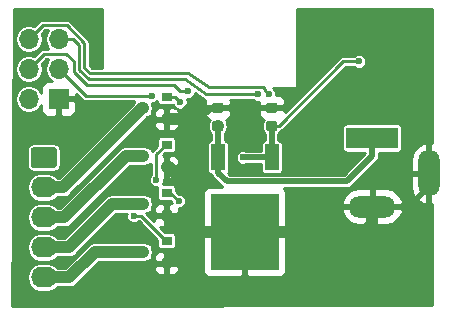
<source format=gbr>
G04 #@! TF.GenerationSoftware,KiCad,Pcbnew,5.0.2-bee76a0~70~ubuntu18.04.1*
G04 #@! TF.CreationDate,2019-12-10T21:20:44+01:00*
G04 #@! TF.ProjectId,RGB_strip,5247425f-7374-4726-9970-2e6b69636164,rev?*
G04 #@! TF.SameCoordinates,Original*
G04 #@! TF.FileFunction,Copper,L2,Bot*
G04 #@! TF.FilePolarity,Positive*
%FSLAX46Y46*%
G04 Gerber Fmt 4.6, Leading zero omitted, Abs format (unit mm)*
G04 Created by KiCad (PCBNEW 5.0.2-bee76a0~70~ubuntu18.04.1) date mar 10 dic 2019 21:20:44 CET*
%MOMM*%
%LPD*%
G01*
G04 APERTURE LIST*
G04 #@! TA.AperFunction,ComponentPad*
%ADD10O,1.700000X1.700000*%
G04 #@! TD*
G04 #@! TA.AperFunction,ComponentPad*
%ADD11R,1.700000X1.700000*%
G04 #@! TD*
G04 #@! TA.AperFunction,Conductor*
%ADD12C,0.100000*%
G04 #@! TD*
G04 #@! TA.AperFunction,SMDPad,CuDef*
%ADD13C,0.875000*%
G04 #@! TD*
G04 #@! TA.AperFunction,ComponentPad*
%ADD14O,1.800000X4.000000*%
G04 #@! TD*
G04 #@! TA.AperFunction,ComponentPad*
%ADD15O,4.000000X1.800000*%
G04 #@! TD*
G04 #@! TA.AperFunction,ComponentPad*
%ADD16R,4.400000X1.800000*%
G04 #@! TD*
G04 #@! TA.AperFunction,ComponentPad*
%ADD17C,1.740000*%
G04 #@! TD*
G04 #@! TA.AperFunction,ComponentPad*
%ADD18O,2.200000X1.740000*%
G04 #@! TD*
G04 #@! TA.AperFunction,SMDPad,CuDef*
%ADD19R,0.900000X0.800000*%
G04 #@! TD*
G04 #@! TA.AperFunction,SMDPad,CuDef*
%ADD20R,1.200000X2.200000*%
G04 #@! TD*
G04 #@! TA.AperFunction,SMDPad,CuDef*
%ADD21R,5.800000X6.400000*%
G04 #@! TD*
G04 #@! TA.AperFunction,ViaPad*
%ADD22C,0.600000*%
G04 #@! TD*
G04 #@! TA.AperFunction,Conductor*
%ADD23C,0.250000*%
G04 #@! TD*
G04 #@! TA.AperFunction,Conductor*
%ADD24C,1.000000*%
G04 #@! TD*
G04 #@! TA.AperFunction,Conductor*
%ADD25C,0.500000*%
G04 #@! TD*
G04 #@! TA.AperFunction,Conductor*
%ADD26C,0.254000*%
G04 #@! TD*
G04 APERTURE END LIST*
D10*
G04 #@! TO.P,J3,6*
G04 #@! TO.N,/TX*
X105283000Y-88138000D03*
G04 #@! TO.P,J3,5*
G04 #@! TO.N,/RX*
X107823000Y-88138000D03*
G04 #@! TO.P,J3,4*
G04 #@! TO.N,/Rst*
X105283000Y-90678000D03*
G04 #@! TO.P,J3,3*
G04 #@! TO.N,/Flash*
X107823000Y-90678000D03*
G04 #@! TO.P,J3,2*
G04 #@! TO.N,+3V3*
X105283000Y-93218000D03*
D11*
G04 #@! TO.P,J3,1*
G04 #@! TO.N,GND*
X107823000Y-93218000D03*
G04 #@! TD*
D12*
G04 #@! TO.N,GND*
G04 #@! TO.C,C1*
G36*
X121562691Y-93518053D02*
X121583926Y-93521203D01*
X121604750Y-93526419D01*
X121624962Y-93533651D01*
X121644368Y-93542830D01*
X121662781Y-93553866D01*
X121680024Y-93566654D01*
X121695930Y-93581070D01*
X121710346Y-93596976D01*
X121723134Y-93614219D01*
X121734170Y-93632632D01*
X121743349Y-93652038D01*
X121750581Y-93672250D01*
X121755797Y-93693074D01*
X121758947Y-93714309D01*
X121760000Y-93735750D01*
X121760000Y-94173250D01*
X121758947Y-94194691D01*
X121755797Y-94215926D01*
X121750581Y-94236750D01*
X121743349Y-94256962D01*
X121734170Y-94276368D01*
X121723134Y-94294781D01*
X121710346Y-94312024D01*
X121695930Y-94327930D01*
X121680024Y-94342346D01*
X121662781Y-94355134D01*
X121644368Y-94366170D01*
X121624962Y-94375349D01*
X121604750Y-94382581D01*
X121583926Y-94387797D01*
X121562691Y-94390947D01*
X121541250Y-94392000D01*
X121028750Y-94392000D01*
X121007309Y-94390947D01*
X120986074Y-94387797D01*
X120965250Y-94382581D01*
X120945038Y-94375349D01*
X120925632Y-94366170D01*
X120907219Y-94355134D01*
X120889976Y-94342346D01*
X120874070Y-94327930D01*
X120859654Y-94312024D01*
X120846866Y-94294781D01*
X120835830Y-94276368D01*
X120826651Y-94256962D01*
X120819419Y-94236750D01*
X120814203Y-94215926D01*
X120811053Y-94194691D01*
X120810000Y-94173250D01*
X120810000Y-93735750D01*
X120811053Y-93714309D01*
X120814203Y-93693074D01*
X120819419Y-93672250D01*
X120826651Y-93652038D01*
X120835830Y-93632632D01*
X120846866Y-93614219D01*
X120859654Y-93596976D01*
X120874070Y-93581070D01*
X120889976Y-93566654D01*
X120907219Y-93553866D01*
X120925632Y-93542830D01*
X120945038Y-93533651D01*
X120965250Y-93526419D01*
X120986074Y-93521203D01*
X121007309Y-93518053D01*
X121028750Y-93517000D01*
X121541250Y-93517000D01*
X121562691Y-93518053D01*
X121562691Y-93518053D01*
G37*
D13*
G04 #@! TD*
G04 #@! TO.P,C1,2*
G04 #@! TO.N,GND*
X121285000Y-93954500D03*
D12*
G04 #@! TO.N,+12V*
G04 #@! TO.C,C1*
G36*
X121562691Y-95093053D02*
X121583926Y-95096203D01*
X121604750Y-95101419D01*
X121624962Y-95108651D01*
X121644368Y-95117830D01*
X121662781Y-95128866D01*
X121680024Y-95141654D01*
X121695930Y-95156070D01*
X121710346Y-95171976D01*
X121723134Y-95189219D01*
X121734170Y-95207632D01*
X121743349Y-95227038D01*
X121750581Y-95247250D01*
X121755797Y-95268074D01*
X121758947Y-95289309D01*
X121760000Y-95310750D01*
X121760000Y-95748250D01*
X121758947Y-95769691D01*
X121755797Y-95790926D01*
X121750581Y-95811750D01*
X121743349Y-95831962D01*
X121734170Y-95851368D01*
X121723134Y-95869781D01*
X121710346Y-95887024D01*
X121695930Y-95902930D01*
X121680024Y-95917346D01*
X121662781Y-95930134D01*
X121644368Y-95941170D01*
X121624962Y-95950349D01*
X121604750Y-95957581D01*
X121583926Y-95962797D01*
X121562691Y-95965947D01*
X121541250Y-95967000D01*
X121028750Y-95967000D01*
X121007309Y-95965947D01*
X120986074Y-95962797D01*
X120965250Y-95957581D01*
X120945038Y-95950349D01*
X120925632Y-95941170D01*
X120907219Y-95930134D01*
X120889976Y-95917346D01*
X120874070Y-95902930D01*
X120859654Y-95887024D01*
X120846866Y-95869781D01*
X120835830Y-95851368D01*
X120826651Y-95831962D01*
X120819419Y-95811750D01*
X120814203Y-95790926D01*
X120811053Y-95769691D01*
X120810000Y-95748250D01*
X120810000Y-95310750D01*
X120811053Y-95289309D01*
X120814203Y-95268074D01*
X120819419Y-95247250D01*
X120826651Y-95227038D01*
X120835830Y-95207632D01*
X120846866Y-95189219D01*
X120859654Y-95171976D01*
X120874070Y-95156070D01*
X120889976Y-95141654D01*
X120907219Y-95128866D01*
X120925632Y-95117830D01*
X120945038Y-95108651D01*
X120965250Y-95101419D01*
X120986074Y-95096203D01*
X121007309Y-95093053D01*
X121028750Y-95092000D01*
X121541250Y-95092000D01*
X121562691Y-95093053D01*
X121562691Y-95093053D01*
G37*
D13*
G04 #@! TD*
G04 #@! TO.P,C1,1*
G04 #@! TO.N,+12V*
X121285000Y-95529500D03*
D12*
G04 #@! TO.N,+3V3*
G04 #@! TO.C,C2*
G36*
X126134691Y-95093053D02*
X126155926Y-95096203D01*
X126176750Y-95101419D01*
X126196962Y-95108651D01*
X126216368Y-95117830D01*
X126234781Y-95128866D01*
X126252024Y-95141654D01*
X126267930Y-95156070D01*
X126282346Y-95171976D01*
X126295134Y-95189219D01*
X126306170Y-95207632D01*
X126315349Y-95227038D01*
X126322581Y-95247250D01*
X126327797Y-95268074D01*
X126330947Y-95289309D01*
X126332000Y-95310750D01*
X126332000Y-95748250D01*
X126330947Y-95769691D01*
X126327797Y-95790926D01*
X126322581Y-95811750D01*
X126315349Y-95831962D01*
X126306170Y-95851368D01*
X126295134Y-95869781D01*
X126282346Y-95887024D01*
X126267930Y-95902930D01*
X126252024Y-95917346D01*
X126234781Y-95930134D01*
X126216368Y-95941170D01*
X126196962Y-95950349D01*
X126176750Y-95957581D01*
X126155926Y-95962797D01*
X126134691Y-95965947D01*
X126113250Y-95967000D01*
X125600750Y-95967000D01*
X125579309Y-95965947D01*
X125558074Y-95962797D01*
X125537250Y-95957581D01*
X125517038Y-95950349D01*
X125497632Y-95941170D01*
X125479219Y-95930134D01*
X125461976Y-95917346D01*
X125446070Y-95902930D01*
X125431654Y-95887024D01*
X125418866Y-95869781D01*
X125407830Y-95851368D01*
X125398651Y-95831962D01*
X125391419Y-95811750D01*
X125386203Y-95790926D01*
X125383053Y-95769691D01*
X125382000Y-95748250D01*
X125382000Y-95310750D01*
X125383053Y-95289309D01*
X125386203Y-95268074D01*
X125391419Y-95247250D01*
X125398651Y-95227038D01*
X125407830Y-95207632D01*
X125418866Y-95189219D01*
X125431654Y-95171976D01*
X125446070Y-95156070D01*
X125461976Y-95141654D01*
X125479219Y-95128866D01*
X125497632Y-95117830D01*
X125517038Y-95108651D01*
X125537250Y-95101419D01*
X125558074Y-95096203D01*
X125579309Y-95093053D01*
X125600750Y-95092000D01*
X126113250Y-95092000D01*
X126134691Y-95093053D01*
X126134691Y-95093053D01*
G37*
D13*
G04 #@! TD*
G04 #@! TO.P,C2,1*
G04 #@! TO.N,+3V3*
X125857000Y-95529500D03*
D12*
G04 #@! TO.N,GND*
G04 #@! TO.C,C2*
G36*
X126134691Y-93518053D02*
X126155926Y-93521203D01*
X126176750Y-93526419D01*
X126196962Y-93533651D01*
X126216368Y-93542830D01*
X126234781Y-93553866D01*
X126252024Y-93566654D01*
X126267930Y-93581070D01*
X126282346Y-93596976D01*
X126295134Y-93614219D01*
X126306170Y-93632632D01*
X126315349Y-93652038D01*
X126322581Y-93672250D01*
X126327797Y-93693074D01*
X126330947Y-93714309D01*
X126332000Y-93735750D01*
X126332000Y-94173250D01*
X126330947Y-94194691D01*
X126327797Y-94215926D01*
X126322581Y-94236750D01*
X126315349Y-94256962D01*
X126306170Y-94276368D01*
X126295134Y-94294781D01*
X126282346Y-94312024D01*
X126267930Y-94327930D01*
X126252024Y-94342346D01*
X126234781Y-94355134D01*
X126216368Y-94366170D01*
X126196962Y-94375349D01*
X126176750Y-94382581D01*
X126155926Y-94387797D01*
X126134691Y-94390947D01*
X126113250Y-94392000D01*
X125600750Y-94392000D01*
X125579309Y-94390947D01*
X125558074Y-94387797D01*
X125537250Y-94382581D01*
X125517038Y-94375349D01*
X125497632Y-94366170D01*
X125479219Y-94355134D01*
X125461976Y-94342346D01*
X125446070Y-94327930D01*
X125431654Y-94312024D01*
X125418866Y-94294781D01*
X125407830Y-94276368D01*
X125398651Y-94256962D01*
X125391419Y-94236750D01*
X125386203Y-94215926D01*
X125383053Y-94194691D01*
X125382000Y-94173250D01*
X125382000Y-93735750D01*
X125383053Y-93714309D01*
X125386203Y-93693074D01*
X125391419Y-93672250D01*
X125398651Y-93652038D01*
X125407830Y-93632632D01*
X125418866Y-93614219D01*
X125431654Y-93596976D01*
X125446070Y-93581070D01*
X125461976Y-93566654D01*
X125479219Y-93553866D01*
X125497632Y-93542830D01*
X125517038Y-93533651D01*
X125537250Y-93526419D01*
X125558074Y-93521203D01*
X125579309Y-93518053D01*
X125600750Y-93517000D01*
X126113250Y-93517000D01*
X126134691Y-93518053D01*
X126134691Y-93518053D01*
G37*
D13*
G04 #@! TD*
G04 #@! TO.P,C2,2*
G04 #@! TO.N,GND*
X125857000Y-93954500D03*
D14*
G04 #@! TO.P,J1,3*
G04 #@! TO.N,GND*
X139166000Y-99520000D03*
D15*
G04 #@! TO.P,J1,2*
X134366000Y-102320000D03*
D16*
G04 #@! TO.P,J1,1*
G04 #@! TO.N,+12V*
X134366000Y-96520000D03*
G04 #@! TD*
D12*
G04 #@! TO.N,+12V*
G04 #@! TO.C,J2*
G36*
X107427505Y-97302204D02*
X107451773Y-97305804D01*
X107475572Y-97311765D01*
X107498671Y-97320030D01*
X107520850Y-97330520D01*
X107541893Y-97343132D01*
X107561599Y-97357747D01*
X107579777Y-97374223D01*
X107596253Y-97392401D01*
X107610868Y-97412107D01*
X107623480Y-97433150D01*
X107633970Y-97455329D01*
X107642235Y-97478428D01*
X107648196Y-97502227D01*
X107651796Y-97526495D01*
X107653000Y-97550999D01*
X107653000Y-98791001D01*
X107651796Y-98815505D01*
X107648196Y-98839773D01*
X107642235Y-98863572D01*
X107633970Y-98886671D01*
X107623480Y-98908850D01*
X107610868Y-98929893D01*
X107596253Y-98949599D01*
X107579777Y-98967777D01*
X107561599Y-98984253D01*
X107541893Y-98998868D01*
X107520850Y-99011480D01*
X107498671Y-99021970D01*
X107475572Y-99030235D01*
X107451773Y-99036196D01*
X107427505Y-99039796D01*
X107403001Y-99041000D01*
X105702999Y-99041000D01*
X105678495Y-99039796D01*
X105654227Y-99036196D01*
X105630428Y-99030235D01*
X105607329Y-99021970D01*
X105585150Y-99011480D01*
X105564107Y-98998868D01*
X105544401Y-98984253D01*
X105526223Y-98967777D01*
X105509747Y-98949599D01*
X105495132Y-98929893D01*
X105482520Y-98908850D01*
X105472030Y-98886671D01*
X105463765Y-98863572D01*
X105457804Y-98839773D01*
X105454204Y-98815505D01*
X105453000Y-98791001D01*
X105453000Y-97550999D01*
X105454204Y-97526495D01*
X105457804Y-97502227D01*
X105463765Y-97478428D01*
X105472030Y-97455329D01*
X105482520Y-97433150D01*
X105495132Y-97412107D01*
X105509747Y-97392401D01*
X105526223Y-97374223D01*
X105544401Y-97357747D01*
X105564107Y-97343132D01*
X105585150Y-97330520D01*
X105607329Y-97320030D01*
X105630428Y-97311765D01*
X105654227Y-97305804D01*
X105678495Y-97302204D01*
X105702999Y-97301000D01*
X107403001Y-97301000D01*
X107427505Y-97302204D01*
X107427505Y-97302204D01*
G37*
D17*
G04 #@! TD*
G04 #@! TO.P,J2,1*
G04 #@! TO.N,+12V*
X106553000Y-98171000D03*
D18*
G04 #@! TO.P,J2,2*
G04 #@! TO.N,Net-(J2-Pad2)*
X106553000Y-100711000D03*
G04 #@! TO.P,J2,3*
G04 #@! TO.N,Net-(J2-Pad3)*
X106553000Y-103251000D03*
G04 #@! TO.P,J2,4*
G04 #@! TO.N,Net-(J2-Pad4)*
X106553000Y-105791000D03*
G04 #@! TO.P,J2,5*
G04 #@! TO.N,Net-(J2-Pad5)*
X106553000Y-108331000D03*
G04 #@! TD*
D19*
G04 #@! TO.P,Q1,1*
G04 #@! TO.N,/red_c*
X116951000Y-93030000D03*
G04 #@! TO.P,Q1,2*
G04 #@! TO.N,GND*
X116951000Y-94930000D03*
G04 #@! TO.P,Q1,3*
G04 #@! TO.N,Net-(J2-Pad2)*
X114951000Y-93980000D03*
G04 #@! TD*
G04 #@! TO.P,Q2,1*
G04 #@! TO.N,/green_c*
X116951000Y-97094000D03*
G04 #@! TO.P,Q2,2*
G04 #@! TO.N,GND*
X116951000Y-98994000D03*
G04 #@! TO.P,Q2,3*
G04 #@! TO.N,Net-(J2-Pad3)*
X114951000Y-98044000D03*
G04 #@! TD*
G04 #@! TO.P,Q3,3*
G04 #@! TO.N,Net-(J2-Pad4)*
X114951000Y-102108000D03*
G04 #@! TO.P,Q3,2*
G04 #@! TO.N,GND*
X116951000Y-103058000D03*
G04 #@! TO.P,Q3,1*
G04 #@! TO.N,/blue_c*
X116951000Y-101158000D03*
G04 #@! TD*
G04 #@! TO.P,Q4,3*
G04 #@! TO.N,Net-(J2-Pad5)*
X114951000Y-106172000D03*
G04 #@! TO.P,Q4,2*
G04 #@! TO.N,GND*
X116951000Y-107122000D03*
G04 #@! TO.P,Q4,1*
G04 #@! TO.N,/white_c*
X116951000Y-105222000D03*
G04 #@! TD*
D20*
G04 #@! TO.P,U1,1*
G04 #@! TO.N,+12V*
X121291000Y-98162000D03*
G04 #@! TO.P,U1,3*
G04 #@! TO.N,+3V3*
X125851000Y-98162000D03*
D21*
G04 #@! TO.P,U1,2*
G04 #@! TO.N,GND*
X123571000Y-104462000D03*
G04 #@! TD*
D22*
G04 #@! TO.N,GND*
X117983000Y-96520000D03*
G04 #@! TO.N,+3V3*
X133223000Y-90043000D03*
X123444000Y-98171000D03*
G04 #@! TO.N,/Flash*
X115697000Y-92964000D03*
G04 #@! TO.N,/Rst*
X118745000Y-92583000D03*
G04 #@! TO.N,/RX*
X124714000Y-92837000D03*
G04 #@! TO.N,/TX*
X125603000Y-92837000D03*
G04 #@! TO.N,/red_c*
X118110000Y-93489000D03*
G04 #@! TO.N,/green_c*
X116078000Y-100076000D03*
G04 #@! TO.N,/blue_c*
X117983000Y-101854000D03*
G04 #@! TO.N,/white_c*
X114173000Y-103124000D03*
G04 #@! TD*
D23*
G04 #@! TO.N,GND*
X139166000Y-99139000D02*
X139166000Y-100239000D01*
D24*
X133743000Y-104462000D02*
X134366000Y-103839000D01*
X123571000Y-104462000D02*
X133743000Y-104462000D01*
X118401000Y-94930000D02*
X116951000Y-94930000D01*
X118999000Y-95528000D02*
X118401000Y-94930000D01*
X119671000Y-104462000D02*
X118999000Y-103790000D01*
X123571000Y-104462000D02*
X119671000Y-104462000D01*
X116951000Y-98994000D02*
X117155000Y-98994000D01*
X117155000Y-98994000D02*
X118999000Y-100838000D01*
X118999000Y-103790000D02*
X118999000Y-100838000D01*
X118999000Y-100838000D02*
X118999000Y-95528000D01*
X116951000Y-103058000D02*
X116951000Y-103108000D01*
X118305000Y-104462000D02*
X119671000Y-104462000D01*
X116951000Y-103108000D02*
X118305000Y-104462000D01*
X117001000Y-107122000D02*
X119094000Y-105029000D01*
X116951000Y-107122000D02*
X117001000Y-107122000D01*
D25*
X119136500Y-95528000D02*
X118999000Y-95528000D01*
X120710000Y-93954500D02*
X119136500Y-95528000D01*
X121285000Y-93954500D02*
X120710000Y-93954500D01*
X121285000Y-93954500D02*
X125857000Y-93954500D01*
D24*
X134366000Y-103839000D02*
X134366000Y-102320000D01*
D23*
X139166000Y-100620000D02*
X139166000Y-99520000D01*
D25*
X137466000Y-102320000D02*
X139166000Y-100620000D01*
X134366000Y-102320000D02*
X137466000Y-102320000D01*
D24*
X119104000Y-105029000D02*
X119671000Y-104462000D01*
X119094000Y-105029000D02*
X119104000Y-105029000D01*
D25*
X118306999Y-96220001D02*
X118999000Y-95528000D01*
X118282999Y-96220001D02*
X118306999Y-96220001D01*
X117983000Y-96520000D02*
X118282999Y-96220001D01*
D23*
G04 #@! TO.N,+3V3*
X125851000Y-95535500D02*
X125857000Y-95529500D01*
D25*
X125851000Y-98162000D02*
X125851000Y-95535500D01*
D23*
X126432000Y-95529500D02*
X131918500Y-90043000D01*
X125857000Y-95529500D02*
X126432000Y-95529500D01*
X131918500Y-90043000D02*
X133223000Y-90043000D01*
D25*
X125851000Y-98162000D02*
X123453000Y-98162000D01*
X123453000Y-98162000D02*
X123444000Y-98171000D01*
G04 #@! TO.N,+12V*
X134366000Y-98039000D02*
X132202000Y-100203000D01*
X132202000Y-100203000D02*
X122047000Y-100203000D01*
X121291000Y-99447000D02*
X121291000Y-98162000D01*
X122047000Y-100203000D02*
X121291000Y-99447000D01*
D24*
X121291000Y-95535500D02*
X121285000Y-95529500D01*
D25*
X121291000Y-98162000D02*
X121291000Y-95535500D01*
X134366000Y-98039000D02*
X134366000Y-96520000D01*
D24*
G04 #@! TO.N,Net-(J2-Pad2)*
X114901000Y-93980000D02*
X108170000Y-100711000D01*
X108170000Y-100711000D02*
X106553000Y-100711000D01*
X114951000Y-93980000D02*
X114901000Y-93980000D01*
G04 #@! TO.N,Net-(J2-Pad3)*
X113501000Y-98044000D02*
X108294000Y-103251000D01*
X108294000Y-103251000D02*
X106553000Y-103251000D01*
X114951000Y-98044000D02*
X113501000Y-98044000D01*
G04 #@! TO.N,Net-(J2-Pad4)*
X106553000Y-105791000D02*
X108653000Y-105791000D01*
X112336000Y-102108000D02*
X114951000Y-102108000D01*
X108653000Y-105791000D02*
X112336000Y-102108000D01*
G04 #@! TO.N,Net-(J2-Pad5)*
X106553000Y-108331000D02*
X108712000Y-108331000D01*
X110871000Y-106172000D02*
X114951000Y-106172000D01*
X108712000Y-108331000D02*
X110871000Y-106172000D01*
D23*
G04 #@! TO.N,/Flash*
X110109000Y-92964000D02*
X107823000Y-90678000D01*
X115697000Y-92964000D02*
X110109000Y-92964000D01*
G04 #@! TO.N,/Rst*
X118745000Y-92583000D02*
X118110000Y-92583000D01*
X118110000Y-92583000D02*
X117602000Y-92075000D01*
X117602000Y-92075000D02*
X110236000Y-92075000D01*
X110236000Y-92075000D02*
X109093000Y-90932000D01*
X109093000Y-90932000D02*
X109093000Y-90043000D01*
X109093000Y-90043000D02*
X108458000Y-89408000D01*
X106553000Y-89408000D02*
X105283000Y-90678000D01*
X108458000Y-89408000D02*
X106553000Y-89408000D01*
G04 #@! TO.N,/RX*
X109025081Y-88138000D02*
X107823000Y-88138000D01*
X124714000Y-92837000D02*
X120269000Y-92837000D01*
X120269000Y-92837000D02*
X118491000Y-91567000D01*
X118491000Y-91567000D02*
X110364410Y-91567000D01*
X109543010Y-88655929D02*
X109025081Y-88138000D01*
X110364410Y-91567000D02*
X109543010Y-90745600D01*
X109543010Y-90745600D02*
X109543010Y-88655929D01*
G04 #@! TO.N,/TX*
X106132999Y-87288001D02*
X105283000Y-88138000D01*
X106458001Y-86962999D02*
X106132999Y-87288001D01*
X108486490Y-86962999D02*
X106458001Y-86962999D01*
X109993020Y-90559200D02*
X109993019Y-88469528D01*
X110492820Y-91059000D02*
X109993020Y-90559200D01*
X125603000Y-92837000D02*
X125303001Y-92537001D01*
X109993019Y-88469528D02*
X108486490Y-86962999D01*
X118745000Y-91059000D02*
X110492820Y-91059000D01*
X125303001Y-92537001D02*
X125303001Y-92410001D01*
X125303001Y-92410001D02*
X125095000Y-92202000D01*
X125095000Y-92202000D02*
X120523000Y-92202000D01*
X120523000Y-92202000D02*
X118745000Y-91059000D01*
G04 #@! TO.N,/red_c*
X117651000Y-93030000D02*
X118110000Y-93489000D01*
X116951000Y-93030000D02*
X117651000Y-93030000D01*
X118110000Y-93489000D02*
X118110000Y-93489000D01*
G04 #@! TO.N,/green_c*
X116078000Y-97917000D02*
X116078000Y-100076000D01*
X116951000Y-97094000D02*
X116901000Y-97094000D01*
X116901000Y-97094000D02*
X116078000Y-97917000D01*
G04 #@! TO.N,/blue_c*
X116951000Y-101158000D02*
X117287000Y-101158000D01*
X117287000Y-101158000D02*
X117983000Y-101854000D01*
G04 #@! TO.N,/white_c*
X114803000Y-103124000D02*
X114173000Y-103124000D01*
X116951000Y-105222000D02*
X116901000Y-105222000D01*
X116901000Y-105222000D02*
X114803000Y-103124000D01*
G04 #@! TD*
D26*
G04 #@! TO.N,GND*
G36*
X111506000Y-90607000D02*
X110680045Y-90607000D01*
X110445020Y-90371975D01*
X110445018Y-88514050D01*
X110453874Y-88469528D01*
X110418794Y-88293166D01*
X110344110Y-88181394D01*
X110344107Y-88181391D01*
X110318892Y-88143654D01*
X110281154Y-88118439D01*
X108837583Y-86674868D01*
X108812364Y-86637125D01*
X108662852Y-86537224D01*
X108531008Y-86510999D01*
X108486490Y-86502144D01*
X108441972Y-86510999D01*
X106502517Y-86510999D01*
X106458000Y-86502144D01*
X106413484Y-86510999D01*
X106413483Y-86510999D01*
X106281639Y-86537224D01*
X106132127Y-86637125D01*
X106106909Y-86674866D01*
X105844868Y-86936908D01*
X105844865Y-86936910D01*
X105748382Y-87033393D01*
X105742242Y-87029291D01*
X105398920Y-86961000D01*
X105167080Y-86961000D01*
X104823758Y-87029291D01*
X104434431Y-87289431D01*
X104174291Y-87678758D01*
X104082942Y-88138000D01*
X104174291Y-88597242D01*
X104434431Y-88986569D01*
X104823758Y-89246709D01*
X105167080Y-89315000D01*
X105398920Y-89315000D01*
X105742242Y-89246709D01*
X106131569Y-88986569D01*
X106391709Y-88597242D01*
X106483058Y-88138000D01*
X106391709Y-87678758D01*
X106387607Y-87672618D01*
X106484090Y-87576135D01*
X106484092Y-87576132D01*
X106645226Y-87414999D01*
X106890529Y-87414999D01*
X106714291Y-87678758D01*
X106622942Y-88138000D01*
X106714291Y-88597242D01*
X106954005Y-88956000D01*
X106597516Y-88956000D01*
X106552999Y-88947145D01*
X106508483Y-88956000D01*
X106508482Y-88956000D01*
X106376638Y-88982225D01*
X106227126Y-89082126D01*
X106201909Y-89119867D01*
X105748382Y-89573394D01*
X105742242Y-89569291D01*
X105398920Y-89501000D01*
X105167080Y-89501000D01*
X104823758Y-89569291D01*
X104434431Y-89829431D01*
X104174291Y-90218758D01*
X104082942Y-90678000D01*
X104174291Y-91137242D01*
X104434431Y-91526569D01*
X104823758Y-91786709D01*
X105167080Y-91855000D01*
X105398920Y-91855000D01*
X105742242Y-91786709D01*
X106131569Y-91526569D01*
X106391709Y-91137242D01*
X106483058Y-90678000D01*
X106391709Y-90218758D01*
X106387606Y-90212618D01*
X106740225Y-89860000D01*
X106954005Y-89860000D01*
X106714291Y-90218758D01*
X106622942Y-90678000D01*
X106714291Y-91137242D01*
X106974431Y-91526569D01*
X107283377Y-91733000D01*
X106846691Y-91733000D01*
X106613302Y-91829673D01*
X106434673Y-92008301D01*
X106338000Y-92241690D01*
X106338000Y-92678377D01*
X106131569Y-92369431D01*
X105742242Y-92109291D01*
X105398920Y-92041000D01*
X105167080Y-92041000D01*
X104823758Y-92109291D01*
X104434431Y-92369431D01*
X104174291Y-92758758D01*
X104082942Y-93218000D01*
X104174291Y-93677242D01*
X104434431Y-94066569D01*
X104823758Y-94326709D01*
X105167080Y-94395000D01*
X105398920Y-94395000D01*
X105742242Y-94326709D01*
X106131569Y-94066569D01*
X106338000Y-93757623D01*
X106338000Y-94194310D01*
X106434673Y-94427699D01*
X106613302Y-94606327D01*
X106846691Y-94703000D01*
X107537250Y-94703000D01*
X107696000Y-94544250D01*
X107696000Y-93345000D01*
X107950000Y-93345000D01*
X107950000Y-94544250D01*
X108108750Y-94703000D01*
X108799309Y-94703000D01*
X109032698Y-94606327D01*
X109211327Y-94427699D01*
X109308000Y-94194310D01*
X109308000Y-93503750D01*
X109149250Y-93345000D01*
X107950000Y-93345000D01*
X107696000Y-93345000D01*
X107676000Y-93345000D01*
X107676000Y-93091000D01*
X107696000Y-93091000D01*
X107696000Y-93071000D01*
X107950000Y-93071000D01*
X107950000Y-93091000D01*
X109149250Y-93091000D01*
X109308000Y-92932250D01*
X109308000Y-92802225D01*
X109757909Y-93252134D01*
X109783126Y-93289874D01*
X109826966Y-93319167D01*
X109932638Y-93389775D01*
X110108999Y-93424855D01*
X110153517Y-93416000D01*
X114217302Y-93416000D01*
X114192973Y-93452411D01*
X114176570Y-93534875D01*
X107827447Y-99884000D01*
X107670035Y-99884000D01*
X107645988Y-99848012D01*
X107250046Y-99583451D01*
X106900891Y-99514000D01*
X106205109Y-99514000D01*
X105855954Y-99583451D01*
X105460012Y-99848012D01*
X105195451Y-100243954D01*
X105102550Y-100711000D01*
X105195451Y-101178046D01*
X105460012Y-101573988D01*
X105855954Y-101838549D01*
X106205109Y-101908000D01*
X106900891Y-101908000D01*
X107250046Y-101838549D01*
X107645988Y-101573988D01*
X107670035Y-101538000D01*
X108088556Y-101538000D01*
X108170000Y-101554200D01*
X108251444Y-101538000D01*
X108251448Y-101538000D01*
X108492679Y-101490016D01*
X108766233Y-101307233D01*
X108812372Y-101238181D01*
X114834804Y-95215750D01*
X115866000Y-95215750D01*
X115866000Y-95456310D01*
X115962673Y-95689699D01*
X116141302Y-95868327D01*
X116374691Y-95965000D01*
X116665250Y-95965000D01*
X116824000Y-95806250D01*
X116824000Y-95057000D01*
X117078000Y-95057000D01*
X117078000Y-95806250D01*
X117236750Y-95965000D01*
X117527309Y-95965000D01*
X117760698Y-95868327D01*
X117939327Y-95689699D01*
X118036000Y-95456310D01*
X118036000Y-95215750D01*
X117877250Y-95057000D01*
X117078000Y-95057000D01*
X116824000Y-95057000D01*
X116024750Y-95057000D01*
X115866000Y-95215750D01*
X114834804Y-95215750D01*
X115327503Y-94723052D01*
X115341939Y-94713406D01*
X115401000Y-94713406D01*
X115528589Y-94688027D01*
X115636754Y-94615754D01*
X115709027Y-94507589D01*
X115729693Y-94403690D01*
X115866000Y-94403690D01*
X115866000Y-94644250D01*
X116024750Y-94803000D01*
X116824000Y-94803000D01*
X116824000Y-94053750D01*
X116665250Y-93895000D01*
X116374691Y-93895000D01*
X116141302Y-93991673D01*
X115962673Y-94170301D01*
X115866000Y-94403690D01*
X115729693Y-94403690D01*
X115734406Y-94380000D01*
X115734406Y-94280609D01*
X115794201Y-93980000D01*
X115734406Y-93679391D01*
X115734406Y-93591000D01*
X115821718Y-93591000D01*
X116052167Y-93495545D01*
X116167594Y-93380118D01*
X116167594Y-93430000D01*
X116192973Y-93557589D01*
X116265246Y-93665754D01*
X116373411Y-93738027D01*
X116501000Y-93763406D01*
X117401000Y-93763406D01*
X117528589Y-93738027D01*
X117533211Y-93734939D01*
X117578455Y-93844167D01*
X117701398Y-93967110D01*
X117527309Y-93895000D01*
X117236750Y-93895000D01*
X117078000Y-94053750D01*
X117078000Y-94803000D01*
X117877250Y-94803000D01*
X118036000Y-94644250D01*
X118036000Y-94403690D01*
X117939327Y-94170301D01*
X117814133Y-94045108D01*
X117985282Y-94116000D01*
X118234718Y-94116000D01*
X118465167Y-94020545D01*
X118641545Y-93844167D01*
X118737000Y-93613718D01*
X118737000Y-93364282D01*
X118673094Y-93210000D01*
X118869718Y-93210000D01*
X119100167Y-93114545D01*
X119276545Y-92938167D01*
X119357926Y-92741697D01*
X119939065Y-93156797D01*
X119943126Y-93162874D01*
X120012028Y-93208913D01*
X120042506Y-93230683D01*
X120048984Y-93233606D01*
X120092638Y-93262775D01*
X120130164Y-93270239D01*
X120165035Y-93285975D01*
X120217508Y-93287613D01*
X120217682Y-93287647D01*
X120175000Y-93390691D01*
X120175000Y-93668750D01*
X120333750Y-93827500D01*
X121158000Y-93827500D01*
X121158000Y-93807500D01*
X121412000Y-93807500D01*
X121412000Y-93827500D01*
X122236250Y-93827500D01*
X122395000Y-93668750D01*
X122395000Y-93390691D01*
X122352878Y-93289000D01*
X124279288Y-93289000D01*
X124358833Y-93368545D01*
X124589282Y-93464000D01*
X124747000Y-93464000D01*
X124747000Y-93668750D01*
X124905750Y-93827500D01*
X125730000Y-93827500D01*
X125730000Y-93807500D01*
X125984000Y-93807500D01*
X125984000Y-93827500D01*
X126808250Y-93827500D01*
X126967000Y-93668750D01*
X126967000Y-93390691D01*
X126870327Y-93157302D01*
X126691699Y-92978673D01*
X126458310Y-92882000D01*
X126230000Y-92882000D01*
X126230000Y-92712282D01*
X126134545Y-92481833D01*
X125958167Y-92305455D01*
X125941585Y-92298587D01*
X127887016Y-92328984D01*
X127937601Y-92319333D01*
X127978803Y-92291803D01*
X128006333Y-92250601D01*
X128016000Y-92202000D01*
X128016000Y-85598000D01*
X139446000Y-85598000D01*
X139446000Y-96971971D01*
X139293000Y-97049622D01*
X139293000Y-99393000D01*
X139313000Y-99393000D01*
X139313000Y-99647000D01*
X139293000Y-99647000D01*
X139293000Y-101990378D01*
X139446000Y-102068029D01*
X139446000Y-110617450D01*
X103886638Y-110743547D01*
X103898700Y-108331000D01*
X105102550Y-108331000D01*
X105195451Y-108798046D01*
X105460012Y-109193988D01*
X105855954Y-109458549D01*
X106205109Y-109528000D01*
X106900891Y-109528000D01*
X107250046Y-109458549D01*
X107645988Y-109193988D01*
X107670035Y-109158000D01*
X108630556Y-109158000D01*
X108712000Y-109174200D01*
X108793444Y-109158000D01*
X108793448Y-109158000D01*
X109034679Y-109110016D01*
X109308233Y-108927233D01*
X109354372Y-108858181D01*
X110804803Y-107407750D01*
X115866000Y-107407750D01*
X115866000Y-107648310D01*
X115962673Y-107881699D01*
X116141302Y-108060327D01*
X116374691Y-108157000D01*
X116665250Y-108157000D01*
X116824000Y-107998250D01*
X116824000Y-107249000D01*
X117078000Y-107249000D01*
X117078000Y-107998250D01*
X117236750Y-108157000D01*
X117527309Y-108157000D01*
X117760698Y-108060327D01*
X117939327Y-107881699D01*
X118036000Y-107648310D01*
X118036000Y-107407750D01*
X117877250Y-107249000D01*
X117078000Y-107249000D01*
X116824000Y-107249000D01*
X116024750Y-107249000D01*
X115866000Y-107407750D01*
X110804803Y-107407750D01*
X111213554Y-106999000D01*
X115032448Y-106999000D01*
X115273679Y-106951016D01*
X115341939Y-106905406D01*
X115401000Y-106905406D01*
X115528589Y-106880027D01*
X115636754Y-106807754D01*
X115709027Y-106699589D01*
X115729693Y-106595690D01*
X115866000Y-106595690D01*
X115866000Y-106836250D01*
X116024750Y-106995000D01*
X116824000Y-106995000D01*
X116824000Y-106245750D01*
X117078000Y-106245750D01*
X117078000Y-106995000D01*
X117877250Y-106995000D01*
X118036000Y-106836250D01*
X118036000Y-106595690D01*
X117939327Y-106362301D01*
X117760698Y-106183673D01*
X117527309Y-106087000D01*
X117236750Y-106087000D01*
X117078000Y-106245750D01*
X116824000Y-106245750D01*
X116665250Y-106087000D01*
X116374691Y-106087000D01*
X116141302Y-106183673D01*
X115962673Y-106362301D01*
X115866000Y-106595690D01*
X115729693Y-106595690D01*
X115734406Y-106572000D01*
X115734406Y-106472609D01*
X115794201Y-106172000D01*
X115734406Y-105871391D01*
X115734406Y-105772000D01*
X115709027Y-105644411D01*
X115636754Y-105536246D01*
X115528589Y-105463973D01*
X115401000Y-105438594D01*
X115341939Y-105438594D01*
X115273679Y-105392984D01*
X115032448Y-105345000D01*
X110952442Y-105345000D01*
X110870999Y-105328800D01*
X110789556Y-105345000D01*
X110789552Y-105345000D01*
X110548321Y-105392984D01*
X110274767Y-105575767D01*
X110228630Y-105644816D01*
X108369447Y-107504000D01*
X107670035Y-107504000D01*
X107645988Y-107468012D01*
X107250046Y-107203451D01*
X106900891Y-107134000D01*
X106205109Y-107134000D01*
X105855954Y-107203451D01*
X105460012Y-107468012D01*
X105195451Y-107863954D01*
X105102550Y-108331000D01*
X103898700Y-108331000D01*
X103911400Y-105791000D01*
X105102550Y-105791000D01*
X105195451Y-106258046D01*
X105460012Y-106653988D01*
X105855954Y-106918549D01*
X106205109Y-106988000D01*
X106900891Y-106988000D01*
X107250046Y-106918549D01*
X107645988Y-106653988D01*
X107670035Y-106618000D01*
X108571556Y-106618000D01*
X108653000Y-106634200D01*
X108734444Y-106618000D01*
X108734448Y-106618000D01*
X108975679Y-106570016D01*
X109249233Y-106387233D01*
X109295372Y-106318181D01*
X112678555Y-102935000D01*
X113572626Y-102935000D01*
X113546000Y-102999282D01*
X113546000Y-103248718D01*
X113641455Y-103479167D01*
X113817833Y-103655545D01*
X114048282Y-103751000D01*
X114297718Y-103751000D01*
X114528167Y-103655545D01*
X114607712Y-103576000D01*
X114615776Y-103576000D01*
X116167594Y-105127819D01*
X116167594Y-105622000D01*
X116192973Y-105749589D01*
X116265246Y-105857754D01*
X116373411Y-105930027D01*
X116501000Y-105955406D01*
X117401000Y-105955406D01*
X117528589Y-105930027D01*
X117636754Y-105857754D01*
X117709027Y-105749589D01*
X117734406Y-105622000D01*
X117734406Y-104822000D01*
X117719637Y-104747750D01*
X120036000Y-104747750D01*
X120036000Y-107788309D01*
X120132673Y-108021698D01*
X120311301Y-108200327D01*
X120544690Y-108297000D01*
X123285250Y-108297000D01*
X123444000Y-108138250D01*
X123444000Y-104589000D01*
X123698000Y-104589000D01*
X123698000Y-108138250D01*
X123856750Y-108297000D01*
X126597310Y-108297000D01*
X126830699Y-108200327D01*
X127009327Y-108021698D01*
X127106000Y-107788309D01*
X127106000Y-104747750D01*
X126947250Y-104589000D01*
X123698000Y-104589000D01*
X123444000Y-104589000D01*
X120194750Y-104589000D01*
X120036000Y-104747750D01*
X117719637Y-104747750D01*
X117709027Y-104694411D01*
X117636754Y-104586246D01*
X117528589Y-104513973D01*
X117401000Y-104488594D01*
X116806819Y-104488594D01*
X116411225Y-104093000D01*
X116665250Y-104093000D01*
X116824000Y-103934250D01*
X116824000Y-103185000D01*
X117078000Y-103185000D01*
X117078000Y-103934250D01*
X117236750Y-104093000D01*
X117527309Y-104093000D01*
X117760698Y-103996327D01*
X117939327Y-103817699D01*
X118036000Y-103584310D01*
X118036000Y-103343750D01*
X117877250Y-103185000D01*
X117078000Y-103185000D01*
X116824000Y-103185000D01*
X116024750Y-103185000D01*
X115866000Y-103343750D01*
X115866000Y-103547776D01*
X115216595Y-102898371D01*
X115273679Y-102887016D01*
X115341939Y-102841406D01*
X115401000Y-102841406D01*
X115528589Y-102816027D01*
X115636754Y-102743754D01*
X115709027Y-102635589D01*
X115729693Y-102531690D01*
X115866000Y-102531690D01*
X115866000Y-102772250D01*
X116024750Y-102931000D01*
X116824000Y-102931000D01*
X116824000Y-102181750D01*
X116665250Y-102023000D01*
X116374691Y-102023000D01*
X116141302Y-102119673D01*
X115962673Y-102298301D01*
X115866000Y-102531690D01*
X115729693Y-102531690D01*
X115734406Y-102508000D01*
X115734406Y-102408609D01*
X115794201Y-102108000D01*
X115734406Y-101807391D01*
X115734406Y-101708000D01*
X115709027Y-101580411D01*
X115636754Y-101472246D01*
X115528589Y-101399973D01*
X115401000Y-101374594D01*
X115341939Y-101374594D01*
X115273679Y-101328984D01*
X115032448Y-101281000D01*
X112417448Y-101281000D01*
X112336000Y-101264799D01*
X112013321Y-101328984D01*
X111808815Y-101465630D01*
X111808813Y-101465632D01*
X111739767Y-101511767D01*
X111693632Y-101580813D01*
X108310447Y-104964000D01*
X107670035Y-104964000D01*
X107645988Y-104928012D01*
X107250046Y-104663451D01*
X106900891Y-104594000D01*
X106205109Y-104594000D01*
X105855954Y-104663451D01*
X105460012Y-104928012D01*
X105195451Y-105323954D01*
X105102550Y-105791000D01*
X103911400Y-105791000D01*
X103924100Y-103251000D01*
X105102550Y-103251000D01*
X105195451Y-103718046D01*
X105460012Y-104113988D01*
X105855954Y-104378549D01*
X106205109Y-104448000D01*
X106900891Y-104448000D01*
X107250046Y-104378549D01*
X107645988Y-104113988D01*
X107670035Y-104078000D01*
X108212556Y-104078000D01*
X108294000Y-104094200D01*
X108375444Y-104078000D01*
X108375448Y-104078000D01*
X108616679Y-104030016D01*
X108890233Y-103847233D01*
X108936372Y-103778181D01*
X113843554Y-98871000D01*
X115032448Y-98871000D01*
X115273679Y-98823016D01*
X115341939Y-98777406D01*
X115401000Y-98777406D01*
X115528589Y-98752027D01*
X115626000Y-98686939D01*
X115626001Y-99641287D01*
X115546455Y-99720833D01*
X115451000Y-99951282D01*
X115451000Y-100200718D01*
X115546455Y-100431167D01*
X115722833Y-100607545D01*
X115953282Y-100703000D01*
X116178534Y-100703000D01*
X116167594Y-100758000D01*
X116167594Y-101558000D01*
X116192973Y-101685589D01*
X116265246Y-101793754D01*
X116373411Y-101866027D01*
X116501000Y-101891406D01*
X117356000Y-101891406D01*
X117356000Y-101978718D01*
X117374342Y-102023000D01*
X117236750Y-102023000D01*
X117078000Y-102181750D01*
X117078000Y-102931000D01*
X117877250Y-102931000D01*
X118036000Y-102772250D01*
X118036000Y-102531690D01*
X118015003Y-102481000D01*
X118107718Y-102481000D01*
X118338167Y-102385545D01*
X118514545Y-102209167D01*
X118610000Y-101978718D01*
X118610000Y-101729282D01*
X118514545Y-101498833D01*
X118338167Y-101322455D01*
X118107718Y-101227000D01*
X117995225Y-101227000D01*
X117903916Y-101135691D01*
X120036000Y-101135691D01*
X120036000Y-104176250D01*
X120194750Y-104335000D01*
X123444000Y-104335000D01*
X123444000Y-104315000D01*
X123698000Y-104315000D01*
X123698000Y-104335000D01*
X126947250Y-104335000D01*
X127106000Y-104176250D01*
X127106000Y-102684740D01*
X131774964Y-102684740D01*
X131799244Y-102790086D01*
X132090788Y-103315606D01*
X132561248Y-103689554D01*
X133139000Y-103855000D01*
X134239000Y-103855000D01*
X134239000Y-102447000D01*
X134493000Y-102447000D01*
X134493000Y-103855000D01*
X135593000Y-103855000D01*
X136170752Y-103689554D01*
X136641212Y-103315606D01*
X136932756Y-102790086D01*
X136957036Y-102684740D01*
X136836378Y-102447000D01*
X134493000Y-102447000D01*
X134239000Y-102447000D01*
X131895622Y-102447000D01*
X131774964Y-102684740D01*
X127106000Y-102684740D01*
X127106000Y-101955260D01*
X131774964Y-101955260D01*
X131895622Y-102193000D01*
X134239000Y-102193000D01*
X134239000Y-100785000D01*
X134493000Y-100785000D01*
X134493000Y-102193000D01*
X136836378Y-102193000D01*
X136957036Y-101955260D01*
X136932756Y-101849914D01*
X136641212Y-101324394D01*
X136170752Y-100950446D01*
X135593000Y-100785000D01*
X134493000Y-100785000D01*
X134239000Y-100785000D01*
X133139000Y-100785000D01*
X132561248Y-100950446D01*
X132090788Y-101324394D01*
X131799244Y-101849914D01*
X131774964Y-101955260D01*
X127106000Y-101955260D01*
X127106000Y-101135691D01*
X127009327Y-100902302D01*
X126887026Y-100780000D01*
X132145172Y-100780000D01*
X132202000Y-100791304D01*
X132258828Y-100780000D01*
X132258829Y-100780000D01*
X132427134Y-100746522D01*
X132617994Y-100618994D01*
X132650188Y-100570812D01*
X133574000Y-99647000D01*
X137631000Y-99647000D01*
X137631000Y-100747000D01*
X137796446Y-101324752D01*
X138170394Y-101795212D01*
X138695914Y-102086756D01*
X138801260Y-102111036D01*
X139039000Y-101990378D01*
X139039000Y-99647000D01*
X137631000Y-99647000D01*
X133574000Y-99647000D01*
X134733815Y-98487186D01*
X134781994Y-98454994D01*
X134890234Y-98293000D01*
X137631000Y-98293000D01*
X137631000Y-99393000D01*
X139039000Y-99393000D01*
X139039000Y-97049622D01*
X138801260Y-96928964D01*
X138695914Y-96953244D01*
X138170394Y-97244788D01*
X137796446Y-97715248D01*
X137631000Y-98293000D01*
X134890234Y-98293000D01*
X134909522Y-98264134D01*
X134943000Y-98095829D01*
X134943000Y-98095828D01*
X134954304Y-98039001D01*
X134943000Y-97982173D01*
X134943000Y-97753406D01*
X136566000Y-97753406D01*
X136693589Y-97728027D01*
X136801754Y-97655754D01*
X136874027Y-97547589D01*
X136899406Y-97420000D01*
X136899406Y-95620000D01*
X136874027Y-95492411D01*
X136801754Y-95384246D01*
X136693589Y-95311973D01*
X136566000Y-95286594D01*
X132166000Y-95286594D01*
X132038411Y-95311973D01*
X131930246Y-95384246D01*
X131857973Y-95492411D01*
X131832594Y-95620000D01*
X131832594Y-97420000D01*
X131857973Y-97547589D01*
X131930246Y-97655754D01*
X132038411Y-97728027D01*
X132166000Y-97753406D01*
X133789000Y-97753406D01*
X133789000Y-97799999D01*
X131963000Y-99626000D01*
X122286001Y-99626000D01*
X122139171Y-99479170D01*
X122199027Y-99389589D01*
X122224406Y-99262000D01*
X122224406Y-98046282D01*
X122817000Y-98046282D01*
X122817000Y-98295718D01*
X122912455Y-98526167D01*
X123088833Y-98702545D01*
X123319282Y-98798000D01*
X123568718Y-98798000D01*
X123711157Y-98739000D01*
X124917594Y-98739000D01*
X124917594Y-99262000D01*
X124942973Y-99389589D01*
X125015246Y-99497754D01*
X125123411Y-99570027D01*
X125251000Y-99595406D01*
X126451000Y-99595406D01*
X126578589Y-99570027D01*
X126686754Y-99497754D01*
X126759027Y-99389589D01*
X126784406Y-99262000D01*
X126784406Y-97062000D01*
X126759027Y-96934411D01*
X126686754Y-96826246D01*
X126578589Y-96753973D01*
X126451000Y-96728594D01*
X126428000Y-96728594D01*
X126428000Y-96189253D01*
X126503683Y-96138683D01*
X126623376Y-95959551D01*
X126626658Y-95943050D01*
X126757874Y-95855374D01*
X126783093Y-95817631D01*
X132105725Y-90495000D01*
X132788288Y-90495000D01*
X132867833Y-90574545D01*
X133098282Y-90670000D01*
X133347718Y-90670000D01*
X133578167Y-90574545D01*
X133754545Y-90398167D01*
X133850000Y-90167718D01*
X133850000Y-89918282D01*
X133754545Y-89687833D01*
X133578167Y-89511455D01*
X133347718Y-89416000D01*
X133098282Y-89416000D01*
X132867833Y-89511455D01*
X132788288Y-89591000D01*
X131963018Y-89591000D01*
X131918500Y-89582145D01*
X131873982Y-89591000D01*
X131742138Y-89617225D01*
X131592626Y-89717126D01*
X131567409Y-89754866D01*
X126967000Y-94355276D01*
X126967000Y-94240250D01*
X126808250Y-94081500D01*
X125984000Y-94081500D01*
X125984000Y-94101500D01*
X125730000Y-94101500D01*
X125730000Y-94081500D01*
X124905750Y-94081500D01*
X124747000Y-94240250D01*
X124747000Y-94518309D01*
X124843673Y-94751698D01*
X125022301Y-94930327D01*
X125164321Y-94989154D01*
X125090624Y-95099449D01*
X125048594Y-95310750D01*
X125048594Y-95748250D01*
X125090624Y-95959551D01*
X125210317Y-96138683D01*
X125274001Y-96181235D01*
X125274001Y-96728594D01*
X125251000Y-96728594D01*
X125123411Y-96753973D01*
X125015246Y-96826246D01*
X124942973Y-96934411D01*
X124917594Y-97062000D01*
X124917594Y-97585000D01*
X123667701Y-97585000D01*
X123568718Y-97544000D01*
X123319282Y-97544000D01*
X123088833Y-97639455D01*
X122912455Y-97815833D01*
X122817000Y-98046282D01*
X122224406Y-98046282D01*
X122224406Y-97062000D01*
X122199027Y-96934411D01*
X122126754Y-96826246D01*
X122018589Y-96753973D01*
X121891000Y-96728594D01*
X121868000Y-96728594D01*
X121868000Y-96181235D01*
X121931683Y-96138683D01*
X122051376Y-95959551D01*
X122093406Y-95748250D01*
X122093406Y-95740584D01*
X122134200Y-95535499D01*
X122093406Y-95330415D01*
X122093406Y-95310750D01*
X122051376Y-95099449D01*
X121977679Y-94989154D01*
X122119699Y-94930327D01*
X122298327Y-94751698D01*
X122395000Y-94518309D01*
X122395000Y-94240250D01*
X122236250Y-94081500D01*
X121412000Y-94081500D01*
X121412000Y-94101500D01*
X121158000Y-94101500D01*
X121158000Y-94081500D01*
X120333750Y-94081500D01*
X120175000Y-94240250D01*
X120175000Y-94518309D01*
X120271673Y-94751698D01*
X120450301Y-94930327D01*
X120592321Y-94989154D01*
X120518624Y-95099449D01*
X120476594Y-95310750D01*
X120476594Y-95354577D01*
X120441800Y-95529500D01*
X120476594Y-95704423D01*
X120476594Y-95748250D01*
X120518624Y-95959551D01*
X120638317Y-96138683D01*
X120714001Y-96189254D01*
X120714001Y-96728594D01*
X120691000Y-96728594D01*
X120563411Y-96753973D01*
X120455246Y-96826246D01*
X120382973Y-96934411D01*
X120357594Y-97062000D01*
X120357594Y-99262000D01*
X120382973Y-99389589D01*
X120455246Y-99497754D01*
X120563411Y-99570027D01*
X120691000Y-99595406D01*
X120732216Y-99595406D01*
X120747478Y-99672133D01*
X120875006Y-99862994D01*
X120923188Y-99895188D01*
X121598814Y-100570815D01*
X121631006Y-100618994D01*
X121642988Y-100627000D01*
X120544690Y-100627000D01*
X120311301Y-100723673D01*
X120132673Y-100902302D01*
X120036000Y-101135691D01*
X117903916Y-101135691D01*
X117734406Y-100966182D01*
X117734406Y-100758000D01*
X117709027Y-100630411D01*
X117636754Y-100522246D01*
X117528589Y-100449973D01*
X117401000Y-100424594D01*
X116612268Y-100424594D01*
X116705000Y-100200718D01*
X116705000Y-99989250D01*
X116824000Y-99870250D01*
X116824000Y-99121000D01*
X117078000Y-99121000D01*
X117078000Y-99870250D01*
X117236750Y-100029000D01*
X117527309Y-100029000D01*
X117760698Y-99932327D01*
X117939327Y-99753699D01*
X118036000Y-99520310D01*
X118036000Y-99279750D01*
X117877250Y-99121000D01*
X117078000Y-99121000D01*
X116824000Y-99121000D01*
X116804000Y-99121000D01*
X116804000Y-98867000D01*
X116824000Y-98867000D01*
X116824000Y-98117750D01*
X117078000Y-98117750D01*
X117078000Y-98867000D01*
X117877250Y-98867000D01*
X118036000Y-98708250D01*
X118036000Y-98467690D01*
X117939327Y-98234301D01*
X117760698Y-98055673D01*
X117527309Y-97959000D01*
X117236750Y-97959000D01*
X117078000Y-98117750D01*
X116824000Y-98117750D01*
X116670237Y-97963987D01*
X116806818Y-97827406D01*
X117401000Y-97827406D01*
X117528589Y-97802027D01*
X117636754Y-97729754D01*
X117709027Y-97621589D01*
X117734406Y-97494000D01*
X117734406Y-96694000D01*
X117709027Y-96566411D01*
X117636754Y-96458246D01*
X117528589Y-96385973D01*
X117401000Y-96360594D01*
X116501000Y-96360594D01*
X116373411Y-96385973D01*
X116265246Y-96458246D01*
X116192973Y-96566411D01*
X116167594Y-96694000D01*
X116167594Y-97188182D01*
X115789869Y-97565907D01*
X115752126Y-97591126D01*
X115730366Y-97623692D01*
X115709027Y-97516411D01*
X115636754Y-97408246D01*
X115528589Y-97335973D01*
X115401000Y-97310594D01*
X115341939Y-97310594D01*
X115273679Y-97264984D01*
X115032448Y-97217000D01*
X113582442Y-97217000D01*
X113500999Y-97200800D01*
X113419556Y-97217000D01*
X113419552Y-97217000D01*
X113178321Y-97264984D01*
X112904767Y-97447767D01*
X112858630Y-97516816D01*
X107951447Y-102424000D01*
X107670035Y-102424000D01*
X107645988Y-102388012D01*
X107250046Y-102123451D01*
X106900891Y-102054000D01*
X106205109Y-102054000D01*
X105855954Y-102123451D01*
X105460012Y-102388012D01*
X105195451Y-102783954D01*
X105102550Y-103251000D01*
X103924100Y-103251000D01*
X103952600Y-97550999D01*
X105119594Y-97550999D01*
X105119594Y-98791001D01*
X105164003Y-99014260D01*
X105290469Y-99203531D01*
X105479740Y-99329997D01*
X105702999Y-99374406D01*
X107403001Y-99374406D01*
X107626260Y-99329997D01*
X107815531Y-99203531D01*
X107941997Y-99014260D01*
X107986406Y-98791001D01*
X107986406Y-97550999D01*
X107941997Y-97327740D01*
X107815531Y-97138469D01*
X107626260Y-97012003D01*
X107403001Y-96967594D01*
X105702999Y-96967594D01*
X105479740Y-97012003D01*
X105290469Y-97138469D01*
X105164003Y-97327740D01*
X105119594Y-97550999D01*
X103952600Y-97550999D01*
X104012366Y-85598000D01*
X111506000Y-85598000D01*
X111506000Y-90607000D01*
X111506000Y-90607000D01*
G37*
X111506000Y-90607000D02*
X110680045Y-90607000D01*
X110445020Y-90371975D01*
X110445018Y-88514050D01*
X110453874Y-88469528D01*
X110418794Y-88293166D01*
X110344110Y-88181394D01*
X110344107Y-88181391D01*
X110318892Y-88143654D01*
X110281154Y-88118439D01*
X108837583Y-86674868D01*
X108812364Y-86637125D01*
X108662852Y-86537224D01*
X108531008Y-86510999D01*
X108486490Y-86502144D01*
X108441972Y-86510999D01*
X106502517Y-86510999D01*
X106458000Y-86502144D01*
X106413484Y-86510999D01*
X106413483Y-86510999D01*
X106281639Y-86537224D01*
X106132127Y-86637125D01*
X106106909Y-86674866D01*
X105844868Y-86936908D01*
X105844865Y-86936910D01*
X105748382Y-87033393D01*
X105742242Y-87029291D01*
X105398920Y-86961000D01*
X105167080Y-86961000D01*
X104823758Y-87029291D01*
X104434431Y-87289431D01*
X104174291Y-87678758D01*
X104082942Y-88138000D01*
X104174291Y-88597242D01*
X104434431Y-88986569D01*
X104823758Y-89246709D01*
X105167080Y-89315000D01*
X105398920Y-89315000D01*
X105742242Y-89246709D01*
X106131569Y-88986569D01*
X106391709Y-88597242D01*
X106483058Y-88138000D01*
X106391709Y-87678758D01*
X106387607Y-87672618D01*
X106484090Y-87576135D01*
X106484092Y-87576132D01*
X106645226Y-87414999D01*
X106890529Y-87414999D01*
X106714291Y-87678758D01*
X106622942Y-88138000D01*
X106714291Y-88597242D01*
X106954005Y-88956000D01*
X106597516Y-88956000D01*
X106552999Y-88947145D01*
X106508483Y-88956000D01*
X106508482Y-88956000D01*
X106376638Y-88982225D01*
X106227126Y-89082126D01*
X106201909Y-89119867D01*
X105748382Y-89573394D01*
X105742242Y-89569291D01*
X105398920Y-89501000D01*
X105167080Y-89501000D01*
X104823758Y-89569291D01*
X104434431Y-89829431D01*
X104174291Y-90218758D01*
X104082942Y-90678000D01*
X104174291Y-91137242D01*
X104434431Y-91526569D01*
X104823758Y-91786709D01*
X105167080Y-91855000D01*
X105398920Y-91855000D01*
X105742242Y-91786709D01*
X106131569Y-91526569D01*
X106391709Y-91137242D01*
X106483058Y-90678000D01*
X106391709Y-90218758D01*
X106387606Y-90212618D01*
X106740225Y-89860000D01*
X106954005Y-89860000D01*
X106714291Y-90218758D01*
X106622942Y-90678000D01*
X106714291Y-91137242D01*
X106974431Y-91526569D01*
X107283377Y-91733000D01*
X106846691Y-91733000D01*
X106613302Y-91829673D01*
X106434673Y-92008301D01*
X106338000Y-92241690D01*
X106338000Y-92678377D01*
X106131569Y-92369431D01*
X105742242Y-92109291D01*
X105398920Y-92041000D01*
X105167080Y-92041000D01*
X104823758Y-92109291D01*
X104434431Y-92369431D01*
X104174291Y-92758758D01*
X104082942Y-93218000D01*
X104174291Y-93677242D01*
X104434431Y-94066569D01*
X104823758Y-94326709D01*
X105167080Y-94395000D01*
X105398920Y-94395000D01*
X105742242Y-94326709D01*
X106131569Y-94066569D01*
X106338000Y-93757623D01*
X106338000Y-94194310D01*
X106434673Y-94427699D01*
X106613302Y-94606327D01*
X106846691Y-94703000D01*
X107537250Y-94703000D01*
X107696000Y-94544250D01*
X107696000Y-93345000D01*
X107950000Y-93345000D01*
X107950000Y-94544250D01*
X108108750Y-94703000D01*
X108799309Y-94703000D01*
X109032698Y-94606327D01*
X109211327Y-94427699D01*
X109308000Y-94194310D01*
X109308000Y-93503750D01*
X109149250Y-93345000D01*
X107950000Y-93345000D01*
X107696000Y-93345000D01*
X107676000Y-93345000D01*
X107676000Y-93091000D01*
X107696000Y-93091000D01*
X107696000Y-93071000D01*
X107950000Y-93071000D01*
X107950000Y-93091000D01*
X109149250Y-93091000D01*
X109308000Y-92932250D01*
X109308000Y-92802225D01*
X109757909Y-93252134D01*
X109783126Y-93289874D01*
X109826966Y-93319167D01*
X109932638Y-93389775D01*
X110108999Y-93424855D01*
X110153517Y-93416000D01*
X114217302Y-93416000D01*
X114192973Y-93452411D01*
X114176570Y-93534875D01*
X107827447Y-99884000D01*
X107670035Y-99884000D01*
X107645988Y-99848012D01*
X107250046Y-99583451D01*
X106900891Y-99514000D01*
X106205109Y-99514000D01*
X105855954Y-99583451D01*
X105460012Y-99848012D01*
X105195451Y-100243954D01*
X105102550Y-100711000D01*
X105195451Y-101178046D01*
X105460012Y-101573988D01*
X105855954Y-101838549D01*
X106205109Y-101908000D01*
X106900891Y-101908000D01*
X107250046Y-101838549D01*
X107645988Y-101573988D01*
X107670035Y-101538000D01*
X108088556Y-101538000D01*
X108170000Y-101554200D01*
X108251444Y-101538000D01*
X108251448Y-101538000D01*
X108492679Y-101490016D01*
X108766233Y-101307233D01*
X108812372Y-101238181D01*
X114834804Y-95215750D01*
X115866000Y-95215750D01*
X115866000Y-95456310D01*
X115962673Y-95689699D01*
X116141302Y-95868327D01*
X116374691Y-95965000D01*
X116665250Y-95965000D01*
X116824000Y-95806250D01*
X116824000Y-95057000D01*
X117078000Y-95057000D01*
X117078000Y-95806250D01*
X117236750Y-95965000D01*
X117527309Y-95965000D01*
X117760698Y-95868327D01*
X117939327Y-95689699D01*
X118036000Y-95456310D01*
X118036000Y-95215750D01*
X117877250Y-95057000D01*
X117078000Y-95057000D01*
X116824000Y-95057000D01*
X116024750Y-95057000D01*
X115866000Y-95215750D01*
X114834804Y-95215750D01*
X115327503Y-94723052D01*
X115341939Y-94713406D01*
X115401000Y-94713406D01*
X115528589Y-94688027D01*
X115636754Y-94615754D01*
X115709027Y-94507589D01*
X115729693Y-94403690D01*
X115866000Y-94403690D01*
X115866000Y-94644250D01*
X116024750Y-94803000D01*
X116824000Y-94803000D01*
X116824000Y-94053750D01*
X116665250Y-93895000D01*
X116374691Y-93895000D01*
X116141302Y-93991673D01*
X115962673Y-94170301D01*
X115866000Y-94403690D01*
X115729693Y-94403690D01*
X115734406Y-94380000D01*
X115734406Y-94280609D01*
X115794201Y-93980000D01*
X115734406Y-93679391D01*
X115734406Y-93591000D01*
X115821718Y-93591000D01*
X116052167Y-93495545D01*
X116167594Y-93380118D01*
X116167594Y-93430000D01*
X116192973Y-93557589D01*
X116265246Y-93665754D01*
X116373411Y-93738027D01*
X116501000Y-93763406D01*
X117401000Y-93763406D01*
X117528589Y-93738027D01*
X117533211Y-93734939D01*
X117578455Y-93844167D01*
X117701398Y-93967110D01*
X117527309Y-93895000D01*
X117236750Y-93895000D01*
X117078000Y-94053750D01*
X117078000Y-94803000D01*
X117877250Y-94803000D01*
X118036000Y-94644250D01*
X118036000Y-94403690D01*
X117939327Y-94170301D01*
X117814133Y-94045108D01*
X117985282Y-94116000D01*
X118234718Y-94116000D01*
X118465167Y-94020545D01*
X118641545Y-93844167D01*
X118737000Y-93613718D01*
X118737000Y-93364282D01*
X118673094Y-93210000D01*
X118869718Y-93210000D01*
X119100167Y-93114545D01*
X119276545Y-92938167D01*
X119357926Y-92741697D01*
X119939065Y-93156797D01*
X119943126Y-93162874D01*
X120012028Y-93208913D01*
X120042506Y-93230683D01*
X120048984Y-93233606D01*
X120092638Y-93262775D01*
X120130164Y-93270239D01*
X120165035Y-93285975D01*
X120217508Y-93287613D01*
X120217682Y-93287647D01*
X120175000Y-93390691D01*
X120175000Y-93668750D01*
X120333750Y-93827500D01*
X121158000Y-93827500D01*
X121158000Y-93807500D01*
X121412000Y-93807500D01*
X121412000Y-93827500D01*
X122236250Y-93827500D01*
X122395000Y-93668750D01*
X122395000Y-93390691D01*
X122352878Y-93289000D01*
X124279288Y-93289000D01*
X124358833Y-93368545D01*
X124589282Y-93464000D01*
X124747000Y-93464000D01*
X124747000Y-93668750D01*
X124905750Y-93827500D01*
X125730000Y-93827500D01*
X125730000Y-93807500D01*
X125984000Y-93807500D01*
X125984000Y-93827500D01*
X126808250Y-93827500D01*
X126967000Y-93668750D01*
X126967000Y-93390691D01*
X126870327Y-93157302D01*
X126691699Y-92978673D01*
X126458310Y-92882000D01*
X126230000Y-92882000D01*
X126230000Y-92712282D01*
X126134545Y-92481833D01*
X125958167Y-92305455D01*
X125941585Y-92298587D01*
X127887016Y-92328984D01*
X127937601Y-92319333D01*
X127978803Y-92291803D01*
X128006333Y-92250601D01*
X128016000Y-92202000D01*
X128016000Y-85598000D01*
X139446000Y-85598000D01*
X139446000Y-96971971D01*
X139293000Y-97049622D01*
X139293000Y-99393000D01*
X139313000Y-99393000D01*
X139313000Y-99647000D01*
X139293000Y-99647000D01*
X139293000Y-101990378D01*
X139446000Y-102068029D01*
X139446000Y-110617450D01*
X103886638Y-110743547D01*
X103898700Y-108331000D01*
X105102550Y-108331000D01*
X105195451Y-108798046D01*
X105460012Y-109193988D01*
X105855954Y-109458549D01*
X106205109Y-109528000D01*
X106900891Y-109528000D01*
X107250046Y-109458549D01*
X107645988Y-109193988D01*
X107670035Y-109158000D01*
X108630556Y-109158000D01*
X108712000Y-109174200D01*
X108793444Y-109158000D01*
X108793448Y-109158000D01*
X109034679Y-109110016D01*
X109308233Y-108927233D01*
X109354372Y-108858181D01*
X110804803Y-107407750D01*
X115866000Y-107407750D01*
X115866000Y-107648310D01*
X115962673Y-107881699D01*
X116141302Y-108060327D01*
X116374691Y-108157000D01*
X116665250Y-108157000D01*
X116824000Y-107998250D01*
X116824000Y-107249000D01*
X117078000Y-107249000D01*
X117078000Y-107998250D01*
X117236750Y-108157000D01*
X117527309Y-108157000D01*
X117760698Y-108060327D01*
X117939327Y-107881699D01*
X118036000Y-107648310D01*
X118036000Y-107407750D01*
X117877250Y-107249000D01*
X117078000Y-107249000D01*
X116824000Y-107249000D01*
X116024750Y-107249000D01*
X115866000Y-107407750D01*
X110804803Y-107407750D01*
X111213554Y-106999000D01*
X115032448Y-106999000D01*
X115273679Y-106951016D01*
X115341939Y-106905406D01*
X115401000Y-106905406D01*
X115528589Y-106880027D01*
X115636754Y-106807754D01*
X115709027Y-106699589D01*
X115729693Y-106595690D01*
X115866000Y-106595690D01*
X115866000Y-106836250D01*
X116024750Y-106995000D01*
X116824000Y-106995000D01*
X116824000Y-106245750D01*
X117078000Y-106245750D01*
X117078000Y-106995000D01*
X117877250Y-106995000D01*
X118036000Y-106836250D01*
X118036000Y-106595690D01*
X117939327Y-106362301D01*
X117760698Y-106183673D01*
X117527309Y-106087000D01*
X117236750Y-106087000D01*
X117078000Y-106245750D01*
X116824000Y-106245750D01*
X116665250Y-106087000D01*
X116374691Y-106087000D01*
X116141302Y-106183673D01*
X115962673Y-106362301D01*
X115866000Y-106595690D01*
X115729693Y-106595690D01*
X115734406Y-106572000D01*
X115734406Y-106472609D01*
X115794201Y-106172000D01*
X115734406Y-105871391D01*
X115734406Y-105772000D01*
X115709027Y-105644411D01*
X115636754Y-105536246D01*
X115528589Y-105463973D01*
X115401000Y-105438594D01*
X115341939Y-105438594D01*
X115273679Y-105392984D01*
X115032448Y-105345000D01*
X110952442Y-105345000D01*
X110870999Y-105328800D01*
X110789556Y-105345000D01*
X110789552Y-105345000D01*
X110548321Y-105392984D01*
X110274767Y-105575767D01*
X110228630Y-105644816D01*
X108369447Y-107504000D01*
X107670035Y-107504000D01*
X107645988Y-107468012D01*
X107250046Y-107203451D01*
X106900891Y-107134000D01*
X106205109Y-107134000D01*
X105855954Y-107203451D01*
X105460012Y-107468012D01*
X105195451Y-107863954D01*
X105102550Y-108331000D01*
X103898700Y-108331000D01*
X103911400Y-105791000D01*
X105102550Y-105791000D01*
X105195451Y-106258046D01*
X105460012Y-106653988D01*
X105855954Y-106918549D01*
X106205109Y-106988000D01*
X106900891Y-106988000D01*
X107250046Y-106918549D01*
X107645988Y-106653988D01*
X107670035Y-106618000D01*
X108571556Y-106618000D01*
X108653000Y-106634200D01*
X108734444Y-106618000D01*
X108734448Y-106618000D01*
X108975679Y-106570016D01*
X109249233Y-106387233D01*
X109295372Y-106318181D01*
X112678555Y-102935000D01*
X113572626Y-102935000D01*
X113546000Y-102999282D01*
X113546000Y-103248718D01*
X113641455Y-103479167D01*
X113817833Y-103655545D01*
X114048282Y-103751000D01*
X114297718Y-103751000D01*
X114528167Y-103655545D01*
X114607712Y-103576000D01*
X114615776Y-103576000D01*
X116167594Y-105127819D01*
X116167594Y-105622000D01*
X116192973Y-105749589D01*
X116265246Y-105857754D01*
X116373411Y-105930027D01*
X116501000Y-105955406D01*
X117401000Y-105955406D01*
X117528589Y-105930027D01*
X117636754Y-105857754D01*
X117709027Y-105749589D01*
X117734406Y-105622000D01*
X117734406Y-104822000D01*
X117719637Y-104747750D01*
X120036000Y-104747750D01*
X120036000Y-107788309D01*
X120132673Y-108021698D01*
X120311301Y-108200327D01*
X120544690Y-108297000D01*
X123285250Y-108297000D01*
X123444000Y-108138250D01*
X123444000Y-104589000D01*
X123698000Y-104589000D01*
X123698000Y-108138250D01*
X123856750Y-108297000D01*
X126597310Y-108297000D01*
X126830699Y-108200327D01*
X127009327Y-108021698D01*
X127106000Y-107788309D01*
X127106000Y-104747750D01*
X126947250Y-104589000D01*
X123698000Y-104589000D01*
X123444000Y-104589000D01*
X120194750Y-104589000D01*
X120036000Y-104747750D01*
X117719637Y-104747750D01*
X117709027Y-104694411D01*
X117636754Y-104586246D01*
X117528589Y-104513973D01*
X117401000Y-104488594D01*
X116806819Y-104488594D01*
X116411225Y-104093000D01*
X116665250Y-104093000D01*
X116824000Y-103934250D01*
X116824000Y-103185000D01*
X117078000Y-103185000D01*
X117078000Y-103934250D01*
X117236750Y-104093000D01*
X117527309Y-104093000D01*
X117760698Y-103996327D01*
X117939327Y-103817699D01*
X118036000Y-103584310D01*
X118036000Y-103343750D01*
X117877250Y-103185000D01*
X117078000Y-103185000D01*
X116824000Y-103185000D01*
X116024750Y-103185000D01*
X115866000Y-103343750D01*
X115866000Y-103547776D01*
X115216595Y-102898371D01*
X115273679Y-102887016D01*
X115341939Y-102841406D01*
X115401000Y-102841406D01*
X115528589Y-102816027D01*
X115636754Y-102743754D01*
X115709027Y-102635589D01*
X115729693Y-102531690D01*
X115866000Y-102531690D01*
X115866000Y-102772250D01*
X116024750Y-102931000D01*
X116824000Y-102931000D01*
X116824000Y-102181750D01*
X116665250Y-102023000D01*
X116374691Y-102023000D01*
X116141302Y-102119673D01*
X115962673Y-102298301D01*
X115866000Y-102531690D01*
X115729693Y-102531690D01*
X115734406Y-102508000D01*
X115734406Y-102408609D01*
X115794201Y-102108000D01*
X115734406Y-101807391D01*
X115734406Y-101708000D01*
X115709027Y-101580411D01*
X115636754Y-101472246D01*
X115528589Y-101399973D01*
X115401000Y-101374594D01*
X115341939Y-101374594D01*
X115273679Y-101328984D01*
X115032448Y-101281000D01*
X112417448Y-101281000D01*
X112336000Y-101264799D01*
X112013321Y-101328984D01*
X111808815Y-101465630D01*
X111808813Y-101465632D01*
X111739767Y-101511767D01*
X111693632Y-101580813D01*
X108310447Y-104964000D01*
X107670035Y-104964000D01*
X107645988Y-104928012D01*
X107250046Y-104663451D01*
X106900891Y-104594000D01*
X106205109Y-104594000D01*
X105855954Y-104663451D01*
X105460012Y-104928012D01*
X105195451Y-105323954D01*
X105102550Y-105791000D01*
X103911400Y-105791000D01*
X103924100Y-103251000D01*
X105102550Y-103251000D01*
X105195451Y-103718046D01*
X105460012Y-104113988D01*
X105855954Y-104378549D01*
X106205109Y-104448000D01*
X106900891Y-104448000D01*
X107250046Y-104378549D01*
X107645988Y-104113988D01*
X107670035Y-104078000D01*
X108212556Y-104078000D01*
X108294000Y-104094200D01*
X108375444Y-104078000D01*
X108375448Y-104078000D01*
X108616679Y-104030016D01*
X108890233Y-103847233D01*
X108936372Y-103778181D01*
X113843554Y-98871000D01*
X115032448Y-98871000D01*
X115273679Y-98823016D01*
X115341939Y-98777406D01*
X115401000Y-98777406D01*
X115528589Y-98752027D01*
X115626000Y-98686939D01*
X115626001Y-99641287D01*
X115546455Y-99720833D01*
X115451000Y-99951282D01*
X115451000Y-100200718D01*
X115546455Y-100431167D01*
X115722833Y-100607545D01*
X115953282Y-100703000D01*
X116178534Y-100703000D01*
X116167594Y-100758000D01*
X116167594Y-101558000D01*
X116192973Y-101685589D01*
X116265246Y-101793754D01*
X116373411Y-101866027D01*
X116501000Y-101891406D01*
X117356000Y-101891406D01*
X117356000Y-101978718D01*
X117374342Y-102023000D01*
X117236750Y-102023000D01*
X117078000Y-102181750D01*
X117078000Y-102931000D01*
X117877250Y-102931000D01*
X118036000Y-102772250D01*
X118036000Y-102531690D01*
X118015003Y-102481000D01*
X118107718Y-102481000D01*
X118338167Y-102385545D01*
X118514545Y-102209167D01*
X118610000Y-101978718D01*
X118610000Y-101729282D01*
X118514545Y-101498833D01*
X118338167Y-101322455D01*
X118107718Y-101227000D01*
X117995225Y-101227000D01*
X117903916Y-101135691D01*
X120036000Y-101135691D01*
X120036000Y-104176250D01*
X120194750Y-104335000D01*
X123444000Y-104335000D01*
X123444000Y-104315000D01*
X123698000Y-104315000D01*
X123698000Y-104335000D01*
X126947250Y-104335000D01*
X127106000Y-104176250D01*
X127106000Y-102684740D01*
X131774964Y-102684740D01*
X131799244Y-102790086D01*
X132090788Y-103315606D01*
X132561248Y-103689554D01*
X133139000Y-103855000D01*
X134239000Y-103855000D01*
X134239000Y-102447000D01*
X134493000Y-102447000D01*
X134493000Y-103855000D01*
X135593000Y-103855000D01*
X136170752Y-103689554D01*
X136641212Y-103315606D01*
X136932756Y-102790086D01*
X136957036Y-102684740D01*
X136836378Y-102447000D01*
X134493000Y-102447000D01*
X134239000Y-102447000D01*
X131895622Y-102447000D01*
X131774964Y-102684740D01*
X127106000Y-102684740D01*
X127106000Y-101955260D01*
X131774964Y-101955260D01*
X131895622Y-102193000D01*
X134239000Y-102193000D01*
X134239000Y-100785000D01*
X134493000Y-100785000D01*
X134493000Y-102193000D01*
X136836378Y-102193000D01*
X136957036Y-101955260D01*
X136932756Y-101849914D01*
X136641212Y-101324394D01*
X136170752Y-100950446D01*
X135593000Y-100785000D01*
X134493000Y-100785000D01*
X134239000Y-100785000D01*
X133139000Y-100785000D01*
X132561248Y-100950446D01*
X132090788Y-101324394D01*
X131799244Y-101849914D01*
X131774964Y-101955260D01*
X127106000Y-101955260D01*
X127106000Y-101135691D01*
X127009327Y-100902302D01*
X126887026Y-100780000D01*
X132145172Y-100780000D01*
X132202000Y-100791304D01*
X132258828Y-100780000D01*
X132258829Y-100780000D01*
X132427134Y-100746522D01*
X132617994Y-100618994D01*
X132650188Y-100570812D01*
X133574000Y-99647000D01*
X137631000Y-99647000D01*
X137631000Y-100747000D01*
X137796446Y-101324752D01*
X138170394Y-101795212D01*
X138695914Y-102086756D01*
X138801260Y-102111036D01*
X139039000Y-101990378D01*
X139039000Y-99647000D01*
X137631000Y-99647000D01*
X133574000Y-99647000D01*
X134733815Y-98487186D01*
X134781994Y-98454994D01*
X134890234Y-98293000D01*
X137631000Y-98293000D01*
X137631000Y-99393000D01*
X139039000Y-99393000D01*
X139039000Y-97049622D01*
X138801260Y-96928964D01*
X138695914Y-96953244D01*
X138170394Y-97244788D01*
X137796446Y-97715248D01*
X137631000Y-98293000D01*
X134890234Y-98293000D01*
X134909522Y-98264134D01*
X134943000Y-98095829D01*
X134943000Y-98095828D01*
X134954304Y-98039001D01*
X134943000Y-97982173D01*
X134943000Y-97753406D01*
X136566000Y-97753406D01*
X136693589Y-97728027D01*
X136801754Y-97655754D01*
X136874027Y-97547589D01*
X136899406Y-97420000D01*
X136899406Y-95620000D01*
X136874027Y-95492411D01*
X136801754Y-95384246D01*
X136693589Y-95311973D01*
X136566000Y-95286594D01*
X132166000Y-95286594D01*
X132038411Y-95311973D01*
X131930246Y-95384246D01*
X131857973Y-95492411D01*
X131832594Y-95620000D01*
X131832594Y-97420000D01*
X131857973Y-97547589D01*
X131930246Y-97655754D01*
X132038411Y-97728027D01*
X132166000Y-97753406D01*
X133789000Y-97753406D01*
X133789000Y-97799999D01*
X131963000Y-99626000D01*
X122286001Y-99626000D01*
X122139171Y-99479170D01*
X122199027Y-99389589D01*
X122224406Y-99262000D01*
X122224406Y-98046282D01*
X122817000Y-98046282D01*
X122817000Y-98295718D01*
X122912455Y-98526167D01*
X123088833Y-98702545D01*
X123319282Y-98798000D01*
X123568718Y-98798000D01*
X123711157Y-98739000D01*
X124917594Y-98739000D01*
X124917594Y-99262000D01*
X124942973Y-99389589D01*
X125015246Y-99497754D01*
X125123411Y-99570027D01*
X125251000Y-99595406D01*
X126451000Y-99595406D01*
X126578589Y-99570027D01*
X126686754Y-99497754D01*
X126759027Y-99389589D01*
X126784406Y-99262000D01*
X126784406Y-97062000D01*
X126759027Y-96934411D01*
X126686754Y-96826246D01*
X126578589Y-96753973D01*
X126451000Y-96728594D01*
X126428000Y-96728594D01*
X126428000Y-96189253D01*
X126503683Y-96138683D01*
X126623376Y-95959551D01*
X126626658Y-95943050D01*
X126757874Y-95855374D01*
X126783093Y-95817631D01*
X132105725Y-90495000D01*
X132788288Y-90495000D01*
X132867833Y-90574545D01*
X133098282Y-90670000D01*
X133347718Y-90670000D01*
X133578167Y-90574545D01*
X133754545Y-90398167D01*
X133850000Y-90167718D01*
X133850000Y-89918282D01*
X133754545Y-89687833D01*
X133578167Y-89511455D01*
X133347718Y-89416000D01*
X133098282Y-89416000D01*
X132867833Y-89511455D01*
X132788288Y-89591000D01*
X131963018Y-89591000D01*
X131918500Y-89582145D01*
X131873982Y-89591000D01*
X131742138Y-89617225D01*
X131592626Y-89717126D01*
X131567409Y-89754866D01*
X126967000Y-94355276D01*
X126967000Y-94240250D01*
X126808250Y-94081500D01*
X125984000Y-94081500D01*
X125984000Y-94101500D01*
X125730000Y-94101500D01*
X125730000Y-94081500D01*
X124905750Y-94081500D01*
X124747000Y-94240250D01*
X124747000Y-94518309D01*
X124843673Y-94751698D01*
X125022301Y-94930327D01*
X125164321Y-94989154D01*
X125090624Y-95099449D01*
X125048594Y-95310750D01*
X125048594Y-95748250D01*
X125090624Y-95959551D01*
X125210317Y-96138683D01*
X125274001Y-96181235D01*
X125274001Y-96728594D01*
X125251000Y-96728594D01*
X125123411Y-96753973D01*
X125015246Y-96826246D01*
X124942973Y-96934411D01*
X124917594Y-97062000D01*
X124917594Y-97585000D01*
X123667701Y-97585000D01*
X123568718Y-97544000D01*
X123319282Y-97544000D01*
X123088833Y-97639455D01*
X122912455Y-97815833D01*
X122817000Y-98046282D01*
X122224406Y-98046282D01*
X122224406Y-97062000D01*
X122199027Y-96934411D01*
X122126754Y-96826246D01*
X122018589Y-96753973D01*
X121891000Y-96728594D01*
X121868000Y-96728594D01*
X121868000Y-96181235D01*
X121931683Y-96138683D01*
X122051376Y-95959551D01*
X122093406Y-95748250D01*
X122093406Y-95740584D01*
X122134200Y-95535499D01*
X122093406Y-95330415D01*
X122093406Y-95310750D01*
X122051376Y-95099449D01*
X121977679Y-94989154D01*
X122119699Y-94930327D01*
X122298327Y-94751698D01*
X122395000Y-94518309D01*
X122395000Y-94240250D01*
X122236250Y-94081500D01*
X121412000Y-94081500D01*
X121412000Y-94101500D01*
X121158000Y-94101500D01*
X121158000Y-94081500D01*
X120333750Y-94081500D01*
X120175000Y-94240250D01*
X120175000Y-94518309D01*
X120271673Y-94751698D01*
X120450301Y-94930327D01*
X120592321Y-94989154D01*
X120518624Y-95099449D01*
X120476594Y-95310750D01*
X120476594Y-95354577D01*
X120441800Y-95529500D01*
X120476594Y-95704423D01*
X120476594Y-95748250D01*
X120518624Y-95959551D01*
X120638317Y-96138683D01*
X120714001Y-96189254D01*
X120714001Y-96728594D01*
X120691000Y-96728594D01*
X120563411Y-96753973D01*
X120455246Y-96826246D01*
X120382973Y-96934411D01*
X120357594Y-97062000D01*
X120357594Y-99262000D01*
X120382973Y-99389589D01*
X120455246Y-99497754D01*
X120563411Y-99570027D01*
X120691000Y-99595406D01*
X120732216Y-99595406D01*
X120747478Y-99672133D01*
X120875006Y-99862994D01*
X120923188Y-99895188D01*
X121598814Y-100570815D01*
X121631006Y-100618994D01*
X121642988Y-100627000D01*
X120544690Y-100627000D01*
X120311301Y-100723673D01*
X120132673Y-100902302D01*
X120036000Y-101135691D01*
X117903916Y-101135691D01*
X117734406Y-100966182D01*
X117734406Y-100758000D01*
X117709027Y-100630411D01*
X117636754Y-100522246D01*
X117528589Y-100449973D01*
X117401000Y-100424594D01*
X116612268Y-100424594D01*
X116705000Y-100200718D01*
X116705000Y-99989250D01*
X116824000Y-99870250D01*
X116824000Y-99121000D01*
X117078000Y-99121000D01*
X117078000Y-99870250D01*
X117236750Y-100029000D01*
X117527309Y-100029000D01*
X117760698Y-99932327D01*
X117939327Y-99753699D01*
X118036000Y-99520310D01*
X118036000Y-99279750D01*
X117877250Y-99121000D01*
X117078000Y-99121000D01*
X116824000Y-99121000D01*
X116804000Y-99121000D01*
X116804000Y-98867000D01*
X116824000Y-98867000D01*
X116824000Y-98117750D01*
X117078000Y-98117750D01*
X117078000Y-98867000D01*
X117877250Y-98867000D01*
X118036000Y-98708250D01*
X118036000Y-98467690D01*
X117939327Y-98234301D01*
X117760698Y-98055673D01*
X117527309Y-97959000D01*
X117236750Y-97959000D01*
X117078000Y-98117750D01*
X116824000Y-98117750D01*
X116670237Y-97963987D01*
X116806818Y-97827406D01*
X117401000Y-97827406D01*
X117528589Y-97802027D01*
X117636754Y-97729754D01*
X117709027Y-97621589D01*
X117734406Y-97494000D01*
X117734406Y-96694000D01*
X117709027Y-96566411D01*
X117636754Y-96458246D01*
X117528589Y-96385973D01*
X117401000Y-96360594D01*
X116501000Y-96360594D01*
X116373411Y-96385973D01*
X116265246Y-96458246D01*
X116192973Y-96566411D01*
X116167594Y-96694000D01*
X116167594Y-97188182D01*
X115789869Y-97565907D01*
X115752126Y-97591126D01*
X115730366Y-97623692D01*
X115709027Y-97516411D01*
X115636754Y-97408246D01*
X115528589Y-97335973D01*
X115401000Y-97310594D01*
X115341939Y-97310594D01*
X115273679Y-97264984D01*
X115032448Y-97217000D01*
X113582442Y-97217000D01*
X113500999Y-97200800D01*
X113419556Y-97217000D01*
X113419552Y-97217000D01*
X113178321Y-97264984D01*
X112904767Y-97447767D01*
X112858630Y-97516816D01*
X107951447Y-102424000D01*
X107670035Y-102424000D01*
X107645988Y-102388012D01*
X107250046Y-102123451D01*
X106900891Y-102054000D01*
X106205109Y-102054000D01*
X105855954Y-102123451D01*
X105460012Y-102388012D01*
X105195451Y-102783954D01*
X105102550Y-103251000D01*
X103924100Y-103251000D01*
X103952600Y-97550999D01*
X105119594Y-97550999D01*
X105119594Y-98791001D01*
X105164003Y-99014260D01*
X105290469Y-99203531D01*
X105479740Y-99329997D01*
X105702999Y-99374406D01*
X107403001Y-99374406D01*
X107626260Y-99329997D01*
X107815531Y-99203531D01*
X107941997Y-99014260D01*
X107986406Y-98791001D01*
X107986406Y-97550999D01*
X107941997Y-97327740D01*
X107815531Y-97138469D01*
X107626260Y-97012003D01*
X107403001Y-96967594D01*
X105702999Y-96967594D01*
X105479740Y-97012003D01*
X105290469Y-97138469D01*
X105164003Y-97327740D01*
X105119594Y-97550999D01*
X103952600Y-97550999D01*
X104012366Y-85598000D01*
X111506000Y-85598000D01*
X111506000Y-90607000D01*
G04 #@! TD*
M02*

</source>
